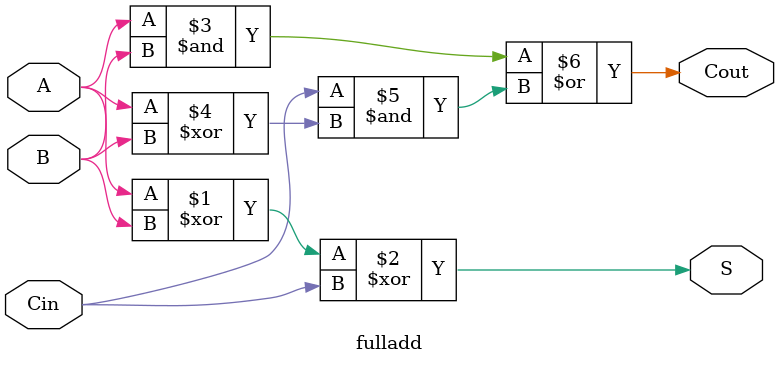
<source format=v>
module addersubtractor(S, Cout, A, B, Cin, V);
   input [3:0]A,B;
   input Cin; 
   
   output [3:0]S;   
   output 	Cout;   
   output V;
   
   wire [3:1]C; 
   wire [3:0]BX; 

   assign BX[0] = B[0] ^ Cin;
   assign BX[1] = B[1] ^ Cin;
   assign BX[2] = B[2] ^ Cin;
   assign BX[3] = B[3] ^ Cin;   
   assign V = C[3] ^ Cout;
   
   // Cout <- |FA4| <- C3 <- |FA3|<- C2 <- |FA2| <- C1 <- |FA1| <- Cin
      
   fulladd stage0 (S[0], C[1], A[0], BX[0], Cin);   
   fulladd stage1 (S[1], C[2], A[1], BX[1], C[1]);
   fulladd stage2 (S[2], C[3], A[2], BX[2], C[2]);  
   fulladd stage3 (S[3], Cout, A[3], BX[3], C[3]); 
   
endmodule 

module fulladd(S, Cout, A, B, Cin);
   input  A, B, Cin;
   output S, Cout;
   
   assign S = A ^ B ^ Cin;
   assign Cout = (A & B) | (Cin & (A ^ B));
   
endmodule
</source>
